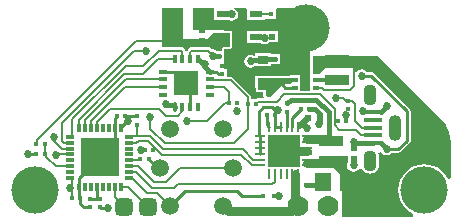
<source format=gtl>
%FSLAX25Y25*%
%MOIN*%
G70*
G01*
G75*
G04 Layer_Physical_Order=1*
G04 Layer_Color=255*
%ADD10R,0.01575X0.01772*%
%ADD11R,0.01772X0.01575*%
%ADD12R,0.08268X0.03543*%
%ADD13R,0.05906X0.01575*%
%ADD14R,0.03150X0.05709*%
%ADD15R,0.01969X0.01378*%
%ADD16R,0.04331X0.02362*%
%ADD17R,0.03740X0.02559*%
%ADD18R,0.03150X0.01575*%
%ADD19R,0.01575X0.03150*%
%ADD20O,0.01575X0.03150*%
%ADD21R,0.08268X0.08268*%
%ADD22R,0.03150X0.01181*%
%ADD23R,0.01181X0.03150*%
%ADD24O,0.01181X0.03150*%
%ADD25R,0.12598X0.12598*%
%ADD26R,0.10630X0.10630*%
%ADD27R,0.03347X0.01102*%
%ADD28R,0.01102X0.03347*%
%ADD29R,0.05315X0.05906*%
%ADD30R,0.02362X0.01969*%
%ADD31R,0.01969X0.02362*%
%ADD32R,0.01181X0.01575*%
G04:AMPARAMS|DCode=33|XSize=59.06mil|YSize=59.06mil|CornerRadius=14.76mil|HoleSize=0mil|Usage=FLASHONLY|Rotation=0.000|XOffset=0mil|YOffset=0mil|HoleType=Round|Shape=RoundedRectangle|*
%AMROUNDEDRECTD33*
21,1,0.05906,0.02953,0,0,0.0*
21,1,0.02953,0.05906,0,0,0.0*
1,1,0.02953,0.01476,-0.01476*
1,1,0.02953,-0.01476,-0.01476*
1,1,0.02953,-0.01476,0.01476*
1,1,0.02953,0.01476,0.01476*
%
%ADD33ROUNDEDRECTD33*%
%ADD34C,0.00800*%
%ADD35C,0.03000*%
%ADD36C,0.01500*%
%ADD37C,0.01000*%
%ADD38C,0.01900*%
%ADD39C,0.01300*%
%ADD40O,0.04331X0.08661*%
%ADD41O,0.04331X0.07087*%
%ADD42C,0.15748*%
%ADD43C,0.05906*%
%ADD44C,0.07000*%
%ADD45C,0.02700*%
G36*
X343602Y408957D02*
X341831Y408957D01*
X340945Y408071D01*
X338681D01*
X334941Y404331D01*
X332972D01*
Y406299D01*
X330413D01*
X330413Y409883D01*
X330767Y410236D01*
X343602D01*
Y408957D01*
D02*
G37*
G36*
X391422Y396524D02*
X391432Y396517D01*
X392552Y395206D01*
X393460Y393725D01*
X394124Y392121D01*
X394530Y390432D01*
X394665Y388713D01*
X394663Y388701D01*
Y376736D01*
X393692Y376493D01*
X393063Y377670D01*
X391981Y378989D01*
X390662Y380071D01*
X389157Y380875D01*
X387525Y381371D01*
X385827Y381538D01*
X384129Y381371D01*
X382496Y380875D01*
X380992Y380071D01*
X379673Y378989D01*
X378590Y377670D01*
X377786Y376165D01*
X377291Y374533D01*
X377123Y372835D01*
X377291Y371137D01*
X377786Y369504D01*
X378590Y367999D01*
X379673Y366681D01*
X380992Y365598D01*
X382169Y364969D01*
X381926Y363999D01*
X358268D01*
Y384154D01*
X360236D01*
Y382003D01*
X360191Y381936D01*
X360026Y381102D01*
X360191Y380268D01*
X360664Y379561D01*
X361371Y379089D01*
X362205Y378923D01*
X363039Y379089D01*
X363746Y379561D01*
X364079Y380060D01*
X365074Y379962D01*
X365137Y379810D01*
X365611Y379193D01*
X366227Y378720D01*
X366946Y378422D01*
X367717Y378321D01*
X368487Y378422D01*
X369206Y378720D01*
X369823Y379193D01*
X370296Y379810D01*
X370593Y380528D01*
X370695Y381299D01*
Y384055D01*
X370593Y384826D01*
X370492Y385072D01*
X371373Y385543D01*
X371687Y385073D01*
X372394Y384601D01*
X373228Y384435D01*
X374062Y384601D01*
X374769Y385073D01*
X374922Y385302D01*
X377165D01*
X377668Y385402D01*
X378094Y385686D01*
X380849Y388442D01*
X381134Y388868D01*
X381234Y389370D01*
Y399213D01*
X381134Y399715D01*
X380849Y400141D01*
X369038Y411952D01*
X368613Y412236D01*
X368110Y412336D01*
X366654D01*
X366502Y412565D01*
X365795Y413037D01*
X364961Y413203D01*
X364127Y413037D01*
X363420Y412565D01*
X363162Y412179D01*
X362205Y412469D01*
Y413681D01*
X352756D01*
X350689Y411614D01*
X348721D01*
Y417717D01*
X370230D01*
X391422Y396524D01*
D02*
G37*
G36*
X305512Y423228D02*
X313386Y423228D01*
X315256Y425098D01*
X320866D01*
Y422024D01*
Y420764D01*
X320853Y420698D01*
X320787Y420685D01*
X319174D01*
X319096Y420669D01*
X319017D01*
X318951Y420656D01*
X318951D01*
X318878Y420626D01*
X318866Y420624D01*
X318857Y420617D01*
X318802Y420594D01*
X318661Y420536D01*
X318661Y420536D01*
D01*
X318440Y420315D01*
X318382Y420174D01*
X318359Y420120D01*
X318353Y420110D01*
X318351Y420098D01*
X318320Y420025D01*
Y420025D01*
D01*
X318307Y419959D01*
Y419880D01*
X318292Y419803D01*
Y419291D01*
X316845D01*
X316188Y419730D01*
X315354Y419896D01*
X314965Y419818D01*
X314636Y420147D01*
X314243Y420410D01*
X313779Y420502D01*
X313779Y420502D01*
X308268D01*
X307804Y420410D01*
X307412Y420147D01*
X307412Y420147D01*
X306876Y419612D01*
X306732Y419396D01*
X306232D01*
X306029Y419699D01*
X306029Y419699D01*
X305580Y420147D01*
X305188Y420410D01*
X304724Y420502D01*
X304724Y420502D01*
X298524D01*
Y433563D01*
X305512D01*
Y423228D01*
D02*
G37*
G36*
X347736Y406061D02*
X344433D01*
Y408142D01*
Y411095D01*
X340890D01*
Y411039D01*
X330767D01*
X330767Y411039D01*
X330460Y410978D01*
X330381Y410925D01*
X329528D01*
Y406791D01*
X329611D01*
Y406299D01*
X329672Y405992D01*
X329846Y405731D01*
X330106Y405557D01*
X330413Y405496D01*
X332170D01*
Y404331D01*
X332231Y404024D01*
X332237Y404014D01*
X332001Y403573D01*
X330512D01*
X330048Y403481D01*
X329656Y403218D01*
X329656Y403218D01*
X329587Y403150D01*
X328179D01*
Y403740D01*
X328179Y403740D01*
X328087Y404204D01*
X327825Y404596D01*
X327824Y404596D01*
X322116Y410305D01*
X321723Y410567D01*
X321260Y410660D01*
X321260Y410660D01*
X320079D01*
Y413287D01*
X319094D01*
Y416142D01*
X319193D01*
Y419291D01*
X319094D01*
Y419803D01*
Y419803D01*
X319101Y419813D01*
X319119Y419857D01*
X319164Y419875D01*
X319174Y419882D01*
X319253D01*
X320787D01*
X320865Y419897D01*
X320944D01*
X321010Y419910D01*
X321010D01*
X321083Y419941D01*
X321094Y419943D01*
X321104Y419950D01*
X321159Y419972D01*
X321299Y420030D01*
X321299Y420030D01*
D01*
X321521Y420252D01*
X321579Y420392D01*
X321601Y420447D01*
X321608Y420457D01*
X321610Y420468D01*
X321640Y420541D01*
X321640Y420541D01*
X321640Y420541D01*
X321640Y420541D01*
X321640Y420541D01*
Y420541D01*
X321654Y420607D01*
Y420644D01*
X321669Y420764D01*
X321669Y420764D01*
X321669D01*
Y422024D01*
X321685D01*
Y425961D01*
X319094D01*
Y426083D01*
X308563D01*
Y433563D01*
X315780D01*
Y433441D01*
X315780D01*
Y429504D01*
X320788D01*
X320820Y429483D01*
X321654Y429317D01*
X322487Y429483D01*
X323195Y429955D01*
X323667Y430662D01*
X323833Y431496D01*
X323667Y432330D01*
X323195Y433037D01*
X322487Y433509D01*
X322487Y433509D01*
X322487D01*
Y433509D01*
X322493Y433563D01*
X326450D01*
X326803Y433209D01*
Y429504D01*
X332709D01*
Y429921D01*
X333169D01*
Y429921D01*
X336516D01*
Y433071D01*
X336516D01*
Y433209D01*
X336869Y433563D01*
X347736D01*
Y406061D01*
D02*
G37*
%LPC*%
G36*
X332709Y425961D02*
X326803D01*
Y422024D01*
X331222D01*
X331843Y421609D01*
X332677Y421443D01*
X333511Y421609D01*
X334218Y422081D01*
X334327Y422244D01*
X337008D01*
Y425787D01*
X333071D01*
Y425787D01*
X333071D01*
X332709Y425795D01*
Y425961D01*
D02*
G37*
G36*
X334842Y418405D02*
X329528D01*
Y417709D01*
X328865D01*
X328787Y417761D01*
X327953Y417927D01*
X327119Y417761D01*
X326412Y417289D01*
X325939Y416582D01*
X325774Y415748D01*
X325939Y414914D01*
X326412Y414207D01*
X327119Y413735D01*
X327953Y413569D01*
X328787Y413735D01*
X329494Y414207D01*
X329537Y414272D01*
X334842D01*
Y414961D01*
X337697D01*
Y418110D01*
X334842D01*
Y418405D01*
D02*
G37*
%LPD*%
D10*
X290158Y397441D02*
D03*
Y394685D02*
D03*
X277559Y367126D02*
D03*
Y369882D02*
D03*
X274410Y367126D02*
D03*
Y369882D02*
D03*
X340110Y399035D02*
D03*
Y401791D02*
D03*
X318504Y414370D02*
D03*
Y411614D02*
D03*
X360236Y399803D02*
D03*
Y402559D02*
D03*
D11*
X292717Y386221D02*
D03*
X295472D02*
D03*
X256496Y388189D02*
D03*
X259252D02*
D03*
Y385039D02*
D03*
X256496D02*
D03*
X334842Y431496D02*
D03*
X337598D02*
D03*
X293898Y383071D02*
D03*
X291142D02*
D03*
X320669Y401968D02*
D03*
X323425D02*
D03*
X329724Y401575D02*
D03*
X326969D02*
D03*
X331299Y404724D02*
D03*
X334055D02*
D03*
X336024Y416535D02*
D03*
X338779D02*
D03*
X346488Y374413D02*
D03*
X343732D02*
D03*
X344732Y399913D02*
D03*
X347488D02*
D03*
X335988Y397913D02*
D03*
X333232D02*
D03*
X283268Y397638D02*
D03*
X286024D02*
D03*
X268307Y370079D02*
D03*
X271063D02*
D03*
X359646Y396063D02*
D03*
X356890D02*
D03*
X317520Y417717D02*
D03*
X320276D02*
D03*
D12*
X356693Y409646D02*
D03*
Y416339D02*
D03*
X354610Y382567D02*
D03*
Y389260D02*
D03*
D13*
X368701Y398819D02*
D03*
Y388583D02*
D03*
Y396260D02*
D03*
Y391142D02*
D03*
Y393701D02*
D03*
D14*
X346205Y409717D02*
D03*
D15*
X349748Y407059D02*
D03*
Y409618D02*
D03*
Y412177D02*
D03*
X342661Y407059D02*
D03*
Y409618D02*
D03*
Y412177D02*
D03*
D16*
X329756Y423992D02*
D03*
Y431473D02*
D03*
X318733Y423992D02*
D03*
Y427732D02*
D03*
Y431473D02*
D03*
D17*
X323130Y412598D02*
D03*
X332185Y416339D02*
D03*
Y408858D02*
D03*
D18*
X298579Y404689D02*
D03*
Y407248D02*
D03*
Y409807D02*
D03*
Y412366D02*
D03*
X314327D02*
D03*
Y409807D02*
D03*
Y407248D02*
D03*
Y404689D02*
D03*
D19*
X302614Y416402D02*
D03*
X305173D02*
D03*
X307732D02*
D03*
X310291D02*
D03*
Y400654D02*
D03*
X307732D02*
D03*
X305173D02*
D03*
D20*
X302614D02*
D03*
D21*
X306453Y408528D02*
D03*
D22*
X267842Y376858D02*
D03*
Y378827D02*
D03*
Y380796D02*
D03*
Y382764D02*
D03*
Y384733D02*
D03*
Y386701D02*
D03*
Y388669D02*
D03*
Y390638D02*
D03*
X287527D02*
D03*
Y388669D02*
D03*
Y386701D02*
D03*
Y384733D02*
D03*
Y382764D02*
D03*
Y380796D02*
D03*
Y378827D02*
D03*
Y376858D02*
D03*
D23*
X270795Y393591D02*
D03*
X272764D02*
D03*
X274732D02*
D03*
X276701D02*
D03*
X278669D02*
D03*
X280638D02*
D03*
X282606D02*
D03*
X284575D02*
D03*
Y373906D02*
D03*
X282606D02*
D03*
X280638D02*
D03*
X278669D02*
D03*
X276701D02*
D03*
X274732D02*
D03*
X272764D02*
D03*
D24*
X270795D02*
D03*
D25*
X277685Y383748D02*
D03*
D26*
X338886Y385992D02*
D03*
D27*
X331110Y390913D02*
D03*
Y388945D02*
D03*
Y386976D02*
D03*
Y385008D02*
D03*
Y383039D02*
D03*
Y381071D02*
D03*
X346661D02*
D03*
Y383039D02*
D03*
Y385008D02*
D03*
Y386976D02*
D03*
Y388945D02*
D03*
Y390913D02*
D03*
D28*
X333965Y378217D02*
D03*
X335933D02*
D03*
X337902D02*
D03*
X339870D02*
D03*
X341839D02*
D03*
X343807D02*
D03*
Y393768D02*
D03*
X341839D02*
D03*
X339870D02*
D03*
X337902D02*
D03*
X335933D02*
D03*
X333965D02*
D03*
D29*
X360343Y375413D02*
D03*
X351878D02*
D03*
D30*
X311811Y422441D02*
D03*
Y426378D02*
D03*
X335039Y427953D02*
D03*
Y424016D02*
D03*
X338090Y408858D02*
D03*
Y412795D02*
D03*
X362205Y383071D02*
D03*
Y387008D02*
D03*
D31*
X345693Y416677D02*
D03*
X349630D02*
D03*
X351079Y396913D02*
D03*
X347142D02*
D03*
D32*
X331890Y370866D02*
D03*
X335827D02*
D03*
D33*
X285827Y367323D02*
D03*
X293701D02*
D03*
D34*
X282606Y370544D02*
X285827Y367323D01*
X282606Y370544D02*
Y373906D01*
X287118D02*
X293701Y367323D01*
X284575Y373906D02*
X287118D01*
X296654Y371850D02*
X300000Y368504D01*
X293504Y371850D02*
X296654D01*
X288496Y376858D02*
X293504Y371850D01*
X268307Y370079D02*
Y376858D01*
X262992Y384733D02*
X267842D01*
X294488Y393307D02*
Y397244D01*
X262205Y389370D02*
X264874Y386701D01*
X267842D01*
X264961Y395276D02*
X288976Y419291D01*
X264961Y389370D02*
Y395276D01*
Y389370D02*
X265661Y388669D01*
X267842D01*
X259252Y385039D02*
Y388189D01*
X259836Y383865D02*
Y384639D01*
Y383865D02*
X262905Y380796D01*
X267842D01*
X288976Y419291D02*
X292913D01*
X256742Y388189D02*
Y389419D01*
X289764Y422441D01*
X311811D01*
X286221Y414173D02*
X292126D01*
X268504Y396457D02*
X286221Y414173D01*
X268504Y390551D02*
Y396457D01*
X329780Y431496D02*
X334842D01*
X362598Y396063D02*
Y401575D01*
X361614Y402559D02*
X362598Y401575D01*
X359842Y402559D02*
X361614D01*
X362598Y396063D02*
X364961Y393701D01*
X358858Y403543D02*
X359842Y402559D01*
X357480Y392913D02*
X362992D01*
X355906Y394488D02*
X357480Y392913D01*
X355906Y394488D02*
Y400000D01*
X362992Y392913D02*
X364764Y391142D01*
X351055Y404851D02*
X355906Y400000D01*
X364764Y391142D02*
X368701D01*
X356299Y403543D02*
X358858D01*
X339103Y404851D02*
X351055D01*
X336614Y402362D02*
X339103Y404851D01*
X330512Y402362D02*
X336614D01*
X329724Y401575D02*
X330512Y402362D01*
X326969Y401575D02*
Y403740D01*
X321260Y409449D02*
X326969Y403740D01*
X314685Y409449D02*
X321260D01*
X326969Y393110D02*
Y401575D01*
X320669Y401968D02*
Y405709D01*
X319291Y401968D02*
X320669D01*
X352362Y406299D02*
X361024D01*
X351602Y407059D02*
X352362Y406299D01*
X349748Y407059D02*
X351602D01*
X322441Y388583D02*
X326969Y393110D01*
X290158Y390957D02*
Y394685D01*
Y390957D02*
X294476D01*
X288595D02*
X290158D01*
X288276Y390638D02*
X288595Y390957D01*
X287527Y390638D02*
X288276D01*
X293701Y389370D02*
X298425Y384646D01*
X290551Y389370D02*
X293701D01*
X289851Y388669D02*
X290551Y389370D01*
X287527Y388669D02*
X289851D01*
X328378Y381071D02*
X331110D01*
X324803Y384646D02*
X328378Y381071D01*
X298425Y384646D02*
X324803D01*
X281144Y400000D02*
X297244D01*
X276701Y395556D02*
X281144Y400000D01*
X276701Y393591D02*
Y395556D01*
X286147Y407248D02*
X298579D01*
X274732Y395833D02*
X286147Y407248D01*
X274732Y393591D02*
Y395833D01*
X286461Y409807D02*
X298579D01*
X272764Y396109D02*
X286461Y409807D01*
X272764Y393591D02*
Y396109D01*
X285827Y411417D02*
X292126D01*
X270795Y396386D02*
X285827Y411417D01*
X270795Y393591D02*
Y396386D01*
X361024Y406299D02*
X362205Y407480D01*
X357283Y415748D02*
X361417D01*
X362205Y414961D01*
Y407480D02*
Y414961D01*
X364961Y393701D02*
X368701D01*
X328772Y383039D02*
X331110D01*
X325197Y386614D02*
X328772Y383039D01*
X305173Y399268D02*
Y400654D01*
X303550Y397644D02*
X305173Y399268D01*
X299600Y397644D02*
X303550D01*
X297110Y416402D02*
X302614D01*
X292126Y411417D02*
X297110Y416402D01*
X313779Y419291D02*
X315354Y417717D01*
X307732Y416402D02*
Y418756D01*
X308268Y419291D01*
X313779D01*
X305173Y416402D02*
Y418843D01*
X304724Y419291D02*
X305173Y418843D01*
X297244Y419291D02*
X304724D01*
X292126Y414173D02*
X297244Y419291D01*
X314327Y409807D02*
X314685Y409449D01*
X313386Y396063D02*
X319291Y401968D01*
X299213Y388583D02*
X322441D01*
X314327Y407248D02*
X319130D01*
X320669Y405709D01*
X335933Y375697D02*
Y378217D01*
X335039Y374803D02*
X335933Y375697D01*
X303543Y374803D02*
X335039D01*
X304331Y380315D02*
X322047D01*
X299606Y375590D02*
X304331Y380315D01*
X295669Y375590D02*
X299606D01*
X290464Y380796D02*
X295669Y375590D01*
X287527Y378827D02*
X289677D01*
X287527Y380796D02*
X290464D01*
X287527Y382764D02*
X290835D01*
X287527Y376858D02*
X288496D01*
X289677Y378827D02*
X294882Y373622D01*
X302362D01*
X303543Y374803D01*
X294476Y390957D02*
X298819Y386614D01*
X325197D01*
X297244Y400000D02*
X299600Y397644D01*
X306693Y396063D02*
X313386D01*
X294488Y393307D02*
X299213Y388583D01*
D35*
X338886Y385992D02*
X346661D01*
X342823Y367717D02*
Y378217D01*
X346661Y382055D02*
X355968D01*
X360343Y375413D02*
Y377681D01*
X355968Y382055D02*
X360343Y377681D01*
X355457Y382567D02*
X355968Y382055D01*
X353957Y389913D02*
X354610Y389260D01*
X346661Y389913D02*
X353957D01*
X341850Y365748D02*
X343819Y367717D01*
X320472Y365748D02*
X341850D01*
X318701Y367520D02*
X320472Y365748D01*
D36*
X346488Y374413D02*
X350878D01*
X362205Y388583D02*
X368701D01*
X351079Y395173D02*
Y396913D01*
X341232Y402913D02*
X349843D01*
X340110Y401791D02*
X341232Y402913D01*
X349843D02*
X353957Y398799D01*
X310291Y416402D02*
X314327Y412366D01*
X328346Y416142D02*
X331988D01*
X332185Y416339D01*
X351079Y396913D02*
Y398158D01*
X349323Y399913D02*
X351079Y398158D01*
X302114Y401154D02*
X302614Y400654D01*
X300114Y401154D02*
X302114D01*
X371260Y388583D02*
X373228Y386614D01*
X371260Y398819D02*
X373228Y400787D01*
X354610Y382567D02*
X355508Y383465D01*
X332382Y416535D02*
X336024D01*
X315354Y417717D02*
X317520D01*
X347488Y399913D02*
X349323D01*
X353957Y389913D02*
Y398799D01*
D37*
X307732Y400654D02*
Y407248D01*
X270795Y370079D02*
Y373906D01*
X253543Y385039D02*
X256496D01*
X276701Y369882D02*
Y373906D01*
X274410Y369882D02*
X276701D01*
X277559D01*
X286024Y397638D02*
X289961D01*
X373228Y386614D02*
X377165D01*
X379921Y389370D01*
Y399213D01*
X368110Y411024D02*
X379921Y399213D01*
X364961Y411024D02*
X368110D01*
X332110Y400413D02*
X335110D01*
X330610Y398913D02*
X332110Y400413D01*
X335110D02*
X335988Y399535D01*
X338533Y407923D02*
X339398Y407059D01*
X284575Y394023D02*
X286614Y396063D01*
X284575Y393591D02*
Y394023D01*
X282606Y396976D02*
X283268Y397638D01*
X282606Y393591D02*
Y396976D01*
X302614Y412366D02*
X306453Y408528D01*
X298579Y412366D02*
X302614D01*
X314488Y412205D02*
X316535D01*
X317126Y411614D01*
X318504D01*
X346661Y381071D02*
Y382055D01*
Y383039D01*
Y388945D02*
Y389913D01*
Y390913D01*
Y385008D02*
Y385992D01*
Y386976D01*
X339870Y393768D02*
Y399035D01*
X341839Y393768D02*
Y397020D01*
X344732Y399913D01*
X335933Y393768D02*
Y397858D01*
X341839Y378217D02*
X342823D01*
X343807D01*
X333232Y394500D02*
Y397913D01*
Y394500D02*
X333965Y393768D01*
X331110Y385008D02*
Y386976D01*
Y388945D01*
Y390913D01*
X335933Y393768D02*
X337902D01*
X335988Y397913D02*
Y399535D01*
X331059Y390965D02*
X331110Y390913D01*
X330610Y390965D02*
Y398913D01*
X339398Y407059D02*
X342661D01*
X282606Y388669D02*
Y393591D01*
X270795Y373906D02*
Y376858D01*
X277685Y383748D02*
X282606Y388669D01*
X270795Y376858D02*
X277685Y383748D01*
X305906Y372441D02*
X323327D01*
X300984Y367520D02*
X305906Y372441D01*
X296260Y378937D02*
X297638Y380315D01*
X293898Y383071D02*
X296654Y380315D01*
X271063Y368307D02*
Y370079D01*
Y368307D02*
X272244Y367126D01*
X274410D01*
X277756Y366929D02*
X280315D01*
X323327Y372441D02*
X324902Y370866D01*
X331890D01*
D38*
X344376Y394148D02*
X347142Y396913D01*
X345504Y395047D02*
X346850Y393701D01*
D39*
X349748Y409618D02*
X355874D01*
D40*
X376181Y393701D02*
D03*
D41*
X367717Y382677D02*
D03*
Y404724D02*
D03*
D42*
X346457Y426772D02*
D03*
X385827Y372835D02*
D03*
X255906D02*
D03*
D43*
X318701Y393110D02*
D03*
Y367520D02*
D03*
X300984Y393110D02*
D03*
Y367520D02*
D03*
X322047Y380315D02*
D03*
X297638D02*
D03*
D44*
X353819Y367717D02*
D03*
X343819D02*
D03*
X312000Y430000D02*
D03*
X302000D02*
D03*
D45*
X338886Y385992D02*
D03*
X342232Y382646D02*
D03*
Y385992D02*
D03*
Y389339D02*
D03*
X335539Y382646D02*
D03*
X338886D02*
D03*
X335539Y385992D02*
D03*
Y389339D02*
D03*
X338886D02*
D03*
X253543Y385039D02*
D03*
X337008Y399606D02*
D03*
X309055Y405905D02*
D03*
X281102Y380315D02*
D03*
X262992Y384646D02*
D03*
X292913Y419291D02*
D03*
X364961Y411024D02*
D03*
X335433Y408760D02*
D03*
X332677Y423622D02*
D03*
X321654Y431496D02*
D03*
X359842Y398031D02*
D03*
X356299Y403543D02*
D03*
X291339Y386221D02*
D03*
X327953Y415748D02*
D03*
X287008Y396063D02*
D03*
X350787Y394882D02*
D03*
X353150Y376772D02*
D03*
X350787Y375197D02*
D03*
X346850Y393701D02*
D03*
X312598Y414961D02*
D03*
X299614Y401653D02*
D03*
X362205Y388976D02*
D03*
X373228Y386614D02*
D03*
X365354Y399213D02*
D03*
X373228Y400787D02*
D03*
X337303Y370866D02*
D03*
X362205Y381102D02*
D03*
X315354Y417717D02*
D03*
X323228Y399213D02*
D03*
X267717Y373622D02*
D03*
X280315Y366929D02*
D03*
X306693Y396063D02*
D03*
X294488Y397244D02*
D03*
X262205Y390551D02*
D03*
X359055Y374016D02*
D03*
X346063Y408661D02*
D03*
Y412992D02*
D03*
X340945Y414961D02*
D03*
M02*

</source>
